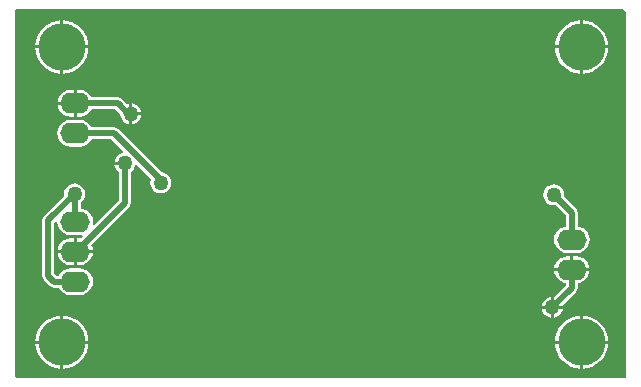
<source format=gbl>
G04*
G04 #@! TF.GenerationSoftware,Altium Limited,Altium Designer,23.3.1 (30)*
G04*
G04 Layer_Physical_Order=2*
G04 Layer_Color=16711680*
%FSLAX25Y25*%
%MOIN*%
G70*
G04*
G04 #@! TF.SameCoordinates,276AF690-C454-4130-B770-83727FADBF24*
G04*
G04*
G04 #@! TF.FilePolarity,Positive*
G04*
G01*
G75*
%ADD35C,0.02000*%
%ADD36O,0.09843X0.06890*%
%ADD37C,0.15748*%
%ADD38C,0.05000*%
G36*
X530500Y370000D02*
Y248000D01*
X327500D01*
X327000Y248500D01*
Y370667D01*
X327500Y371000D01*
X529500Y371000D01*
X530500Y370000D01*
D02*
G37*
%LPC*%
G36*
X516248Y367135D02*
Y358768D01*
X524616D01*
X524494Y360007D01*
X523986Y361680D01*
X523162Y363222D01*
X522053Y364573D01*
X520702Y365682D01*
X519160Y366506D01*
X517488Y367013D01*
X516248Y367135D01*
D02*
G37*
G36*
X515248D02*
X514008Y367013D01*
X512336Y366506D01*
X510794Y365682D01*
X509443Y364573D01*
X508334Y363222D01*
X507510Y361680D01*
X507002Y360007D01*
X506880Y358768D01*
X515248D01*
Y367135D01*
D02*
G37*
G36*
X343020D02*
Y358768D01*
X351387D01*
X351265Y360007D01*
X350758Y361680D01*
X349934Y363222D01*
X348825Y364573D01*
X347474Y365682D01*
X345932Y366506D01*
X344259Y367013D01*
X343020Y367135D01*
D02*
G37*
G36*
X342020D02*
X340780Y367013D01*
X339107Y366506D01*
X337566Y365682D01*
X336214Y364573D01*
X335105Y363222D01*
X334281Y361680D01*
X333774Y360007D01*
X333652Y358768D01*
X342020D01*
Y367135D01*
D02*
G37*
G36*
X524616Y357768D02*
X516248D01*
Y349400D01*
X517488Y349522D01*
X519160Y350029D01*
X520702Y350853D01*
X522053Y351962D01*
X523162Y353314D01*
X523986Y354855D01*
X524494Y356528D01*
X524616Y357768D01*
D02*
G37*
G36*
X515248D02*
X506880D01*
X507002Y356528D01*
X507510Y354855D01*
X508334Y353314D01*
X509443Y351962D01*
X510794Y350853D01*
X512336Y350029D01*
X514008Y349522D01*
X515248Y349400D01*
Y357768D01*
D02*
G37*
G36*
X351387D02*
X343020D01*
Y349400D01*
X344259Y349522D01*
X345932Y350029D01*
X347474Y350853D01*
X348825Y351962D01*
X349934Y353314D01*
X350758Y354855D01*
X351265Y356528D01*
X351387Y357768D01*
D02*
G37*
G36*
X342020D02*
X333652D01*
X333774Y356528D01*
X334281Y354855D01*
X335105Y353314D01*
X336214Y351962D01*
X337566Y350853D01*
X339107Y350029D01*
X340780Y349522D01*
X342020Y349400D01*
Y357768D01*
D02*
G37*
G36*
X346500Y343983D02*
X345524D01*
X344363Y343830D01*
X343282Y343383D01*
X342354Y342670D01*
X341641Y341742D01*
X341193Y340660D01*
X341106Y340000D01*
X346500D01*
Y343983D01*
D02*
G37*
G36*
X366000Y339464D02*
Y336500D01*
X368964D01*
X368910Y336914D01*
X368557Y337765D01*
X367996Y338496D01*
X367265Y339057D01*
X366414Y339410D01*
X366000Y339464D01*
D02*
G37*
G36*
X346500Y339000D02*
X341106D01*
X341193Y338340D01*
X341641Y337258D01*
X342354Y336330D01*
X343282Y335617D01*
X344363Y335170D01*
X345524Y335017D01*
X346500D01*
Y339000D01*
D02*
G37*
G36*
X368964Y335500D02*
X366000D01*
Y332536D01*
X366414Y332590D01*
X367265Y332943D01*
X367996Y333504D01*
X368557Y334235D01*
X368910Y335086D01*
X368964Y335500D01*
D02*
G37*
G36*
X348476Y343983D02*
X347500D01*
Y339500D01*
Y335017D01*
X348476D01*
X349637Y335170D01*
X350718Y335617D01*
X351646Y336330D01*
X352359Y337258D01*
X352443Y337461D01*
X360377D01*
X361990Y335848D01*
X362090Y335086D01*
X362443Y334235D01*
X363004Y333504D01*
X363735Y332943D01*
X364586Y332590D01*
X365000Y332536D01*
Y336000D01*
Y339464D01*
X364586Y339410D01*
X364310Y339296D01*
X362664Y340942D01*
X362002Y341384D01*
X361222Y341539D01*
X352443D01*
X352359Y341742D01*
X351646Y342670D01*
X350718Y343383D01*
X349637Y343830D01*
X348476Y343983D01*
D02*
G37*
G36*
Y333983D02*
X345524D01*
X344363Y333830D01*
X343282Y333383D01*
X342354Y332670D01*
X341641Y331742D01*
X341193Y330660D01*
X341040Y329500D01*
X341193Y328340D01*
X341641Y327258D01*
X342354Y326330D01*
X343282Y325617D01*
X344363Y325169D01*
X345524Y325017D01*
X348476D01*
X349637Y325169D01*
X350718Y325617D01*
X351646Y326330D01*
X352359Y327258D01*
X352443Y327461D01*
X359019D01*
X363056Y323424D01*
X362895Y322951D01*
X362586Y322910D01*
X361735Y322557D01*
X361004Y321996D01*
X360443Y321265D01*
X360090Y320414D01*
X360036Y320000D01*
X363500D01*
Y319000D01*
X360036D01*
X360090Y318586D01*
X360443Y317735D01*
X361004Y317004D01*
X361461Y316653D01*
Y307033D01*
X353318Y298890D01*
X352844Y299123D01*
X352960Y300000D01*
X352807Y301160D01*
X352359Y302242D01*
X351646Y303170D01*
X350718Y303883D01*
X349637Y304330D01*
X349039Y304409D01*
Y306595D01*
X349246Y306754D01*
X349807Y307485D01*
X350160Y308336D01*
X350280Y309250D01*
X350160Y310164D01*
X349807Y311015D01*
X349246Y311746D01*
X348515Y312307D01*
X347664Y312660D01*
X346750Y312780D01*
X345836Y312660D01*
X344985Y312307D01*
X344254Y311746D01*
X343693Y311015D01*
X343340Y310164D01*
X343220Y309250D01*
X343295Y308679D01*
X336558Y301942D01*
X336116Y301280D01*
X335961Y300500D01*
Y282000D01*
X336116Y281220D01*
X336558Y280558D01*
X338558Y278558D01*
X339220Y278116D01*
X340000Y277961D01*
X341557D01*
X341641Y277758D01*
X342354Y276830D01*
X343282Y276117D01*
X344363Y275670D01*
X345524Y275517D01*
X348476D01*
X349637Y275670D01*
X350718Y276117D01*
X351646Y276830D01*
X352359Y277758D01*
X352807Y278840D01*
X352960Y280000D01*
X352807Y281160D01*
X352359Y282242D01*
X351646Y283170D01*
X350718Y283883D01*
X349637Y284331D01*
X348476Y284483D01*
X345524D01*
X344363Y284331D01*
X343282Y283883D01*
X342354Y283170D01*
X341641Y282242D01*
X341557Y282039D01*
X340845D01*
X340039Y282845D01*
Y299655D01*
X340601Y300217D01*
X340832Y300103D01*
X341046Y299955D01*
X341193Y298840D01*
X341641Y297758D01*
X342354Y296830D01*
X343282Y296117D01*
X344363Y295670D01*
X345524Y295517D01*
X348476D01*
X349353Y295632D01*
X349587Y295159D01*
X348861Y294433D01*
X348476Y294483D01*
X347500D01*
Y290500D01*
X352894D01*
X352807Y291160D01*
X352382Y292186D01*
X364942Y304746D01*
X365384Y305408D01*
X365539Y306188D01*
Y316653D01*
X365996Y317004D01*
X366557Y317735D01*
X366910Y318586D01*
X366951Y318895D01*
X367424Y319056D01*
X372230Y314250D01*
X372090Y313914D01*
X371970Y313000D01*
X372090Y312086D01*
X372443Y311235D01*
X373004Y310504D01*
X373735Y309943D01*
X374586Y309590D01*
X375500Y309470D01*
X376414Y309590D01*
X377265Y309943D01*
X377996Y310504D01*
X378557Y311235D01*
X378910Y312086D01*
X379030Y313000D01*
X378910Y313914D01*
X378557Y314765D01*
X377996Y315496D01*
X377265Y316057D01*
X376414Y316410D01*
X375751Y316497D01*
X361306Y330942D01*
X360644Y331384D01*
X359864Y331539D01*
X352443D01*
X352359Y331742D01*
X351646Y332670D01*
X350718Y333383D01*
X349637Y333830D01*
X348476Y333983D01*
D02*
G37*
G36*
X346500Y294483D02*
X345524D01*
X344363Y294331D01*
X343282Y293883D01*
X342354Y293170D01*
X341641Y292242D01*
X341193Y291160D01*
X341106Y290500D01*
X346500D01*
Y294483D01*
D02*
G37*
G36*
X506500Y312530D02*
X505586Y312410D01*
X504735Y312057D01*
X504004Y311496D01*
X503443Y310765D01*
X503090Y309914D01*
X502970Y309000D01*
X503090Y308086D01*
X503443Y307235D01*
X504004Y306504D01*
X504735Y305943D01*
X505586Y305590D01*
X506500Y305470D01*
X507071Y305545D01*
X510461Y302155D01*
Y298409D01*
X509863Y298330D01*
X508782Y297883D01*
X507854Y297170D01*
X507141Y296242D01*
X506693Y295160D01*
X506540Y294000D01*
X506693Y292840D01*
X507141Y291758D01*
X507854Y290830D01*
X508782Y290117D01*
X509863Y289669D01*
X511024Y289517D01*
X513976D01*
X515137Y289669D01*
X516218Y290117D01*
X517146Y290830D01*
X517859Y291758D01*
X518307Y292840D01*
X518460Y294000D01*
X518307Y295160D01*
X517859Y296242D01*
X517146Y297170D01*
X516218Y297883D01*
X515137Y298330D01*
X514539Y298409D01*
Y303000D01*
X514384Y303780D01*
X513942Y304442D01*
X509955Y308429D01*
X510030Y309000D01*
X509910Y309914D01*
X509557Y310765D01*
X508996Y311496D01*
X508265Y312057D01*
X507414Y312410D01*
X506500Y312530D01*
D02*
G37*
G36*
X352894Y289500D02*
X347500D01*
Y285517D01*
X348476D01*
X349637Y285669D01*
X350718Y286117D01*
X351646Y286830D01*
X352359Y287758D01*
X352807Y288840D01*
X352894Y289500D01*
D02*
G37*
G36*
X346500D02*
X341106D01*
X341193Y288840D01*
X341641Y287758D01*
X342354Y286830D01*
X343282Y286117D01*
X344363Y285669D01*
X345524Y285517D01*
X346500D01*
Y289500D01*
D02*
G37*
G36*
X513976Y288483D02*
X513000D01*
Y284500D01*
X518394D01*
X518307Y285160D01*
X517859Y286242D01*
X517146Y287170D01*
X516218Y287883D01*
X515137Y288331D01*
X513976Y288483D01*
D02*
G37*
G36*
X512000D02*
X511024D01*
X509863Y288331D01*
X508782Y287883D01*
X507854Y287170D01*
X507141Y286242D01*
X506693Y285160D01*
X506606Y284500D01*
X512000D01*
Y288483D01*
D02*
G37*
G36*
X518394Y283500D02*
X512500D01*
X506606D01*
X506693Y282840D01*
X507141Y281758D01*
X507854Y280830D01*
X508782Y280117D01*
X509863Y279669D01*
X510461Y279591D01*
Y278845D01*
X506571Y274955D01*
X506500Y274964D01*
Y272000D01*
X509464D01*
X509455Y272071D01*
X513942Y276558D01*
X514384Y277220D01*
X514539Y278000D01*
Y279591D01*
X515137Y279669D01*
X516218Y280117D01*
X517146Y280830D01*
X517859Y281758D01*
X518307Y282840D01*
X518394Y283500D01*
D02*
G37*
G36*
X505500Y274964D02*
X505086Y274910D01*
X504235Y274557D01*
X503504Y273996D01*
X502943Y273265D01*
X502590Y272414D01*
X502536Y272000D01*
X505500D01*
Y274964D01*
D02*
G37*
G36*
X509464Y271000D02*
X506500D01*
Y268036D01*
X506914Y268090D01*
X507765Y268443D01*
X508496Y269004D01*
X509057Y269735D01*
X509410Y270586D01*
X509464Y271000D01*
D02*
G37*
G36*
X505500D02*
X502536D01*
X502590Y270586D01*
X502943Y269735D01*
X503504Y269004D01*
X504235Y268443D01*
X505086Y268090D01*
X505500Y268036D01*
Y271000D01*
D02*
G37*
G36*
X516248Y268710D02*
Y260343D01*
X524616D01*
X524494Y261582D01*
X523986Y263255D01*
X523162Y264796D01*
X522053Y266148D01*
X520702Y267257D01*
X519160Y268081D01*
X517488Y268588D01*
X516248Y268710D01*
D02*
G37*
G36*
X515248D02*
X514008Y268588D01*
X512336Y268081D01*
X510794Y267257D01*
X509443Y266148D01*
X508334Y264796D01*
X507510Y263255D01*
X507002Y261582D01*
X506880Y260343D01*
X515248D01*
Y268710D01*
D02*
G37*
G36*
X343020D02*
Y260343D01*
X351387D01*
X351265Y261582D01*
X350758Y263255D01*
X349934Y264796D01*
X348825Y266148D01*
X347474Y267257D01*
X345932Y268081D01*
X344259Y268588D01*
X343020Y268710D01*
D02*
G37*
G36*
X342020D02*
X340780Y268588D01*
X339107Y268081D01*
X337566Y267257D01*
X336214Y266148D01*
X335105Y264796D01*
X334281Y263255D01*
X333774Y261582D01*
X333652Y260343D01*
X342020D01*
Y268710D01*
D02*
G37*
G36*
X524616Y259343D02*
X516248D01*
Y250975D01*
X517488Y251097D01*
X519160Y251604D01*
X520702Y252428D01*
X522053Y253537D01*
X523162Y254889D01*
X523986Y256430D01*
X524494Y258103D01*
X524616Y259343D01*
D02*
G37*
G36*
X515248D02*
X506880D01*
X507002Y258103D01*
X507510Y256430D01*
X508334Y254889D01*
X509443Y253537D01*
X510794Y252428D01*
X512336Y251604D01*
X514008Y251097D01*
X515248Y250975D01*
Y259343D01*
D02*
G37*
G36*
X351387D02*
X343020D01*
Y250975D01*
X344259Y251097D01*
X345932Y251604D01*
X347474Y252428D01*
X348825Y253537D01*
X349934Y254889D01*
X350758Y256430D01*
X351265Y258103D01*
X351387Y259343D01*
D02*
G37*
G36*
X342020D02*
X333652D01*
X333774Y258103D01*
X334281Y256430D01*
X335105Y254889D01*
X336214Y253537D01*
X337566Y252428D01*
X339107Y251604D01*
X340780Y251097D01*
X342020Y250975D01*
Y259343D01*
D02*
G37*
%LPD*%
D35*
X375500Y313000D02*
Y313864D01*
X359864Y329500D02*
X375500Y313864D01*
X363500Y306188D02*
Y319500D01*
X347312Y290000D02*
X363500Y306188D01*
X347000Y329500D02*
X359864D01*
X506500Y309000D02*
X512500Y303000D01*
Y294000D02*
Y303000D01*
X347000Y290000D02*
X347312D01*
X347000Y339500D02*
X361222D01*
X364722Y336000D01*
X365500D01*
X512500Y278000D02*
Y284000D01*
X506000Y271500D02*
X512500Y278000D01*
X338000Y282000D02*
X340000Y280000D01*
X347000D01*
X338000Y300500D02*
X346750Y309250D01*
X338000Y282000D02*
Y300500D01*
X346750Y309250D02*
X347000Y309000D01*
Y300000D02*
Y309000D01*
D36*
Y339500D02*
D03*
Y329500D02*
D03*
Y300000D02*
D03*
Y290000D02*
D03*
Y280000D02*
D03*
X512500Y284000D02*
D03*
Y294000D02*
D03*
D37*
X342520Y358268D02*
D03*
X515748D02*
D03*
X342520Y259842D02*
D03*
X515748D02*
D03*
D38*
X375500Y313000D02*
D03*
X363500Y319500D02*
D03*
X506500Y309000D02*
D03*
X365500Y336000D02*
D03*
X506000Y271500D02*
D03*
X346750Y309250D02*
D03*
M02*

</source>
